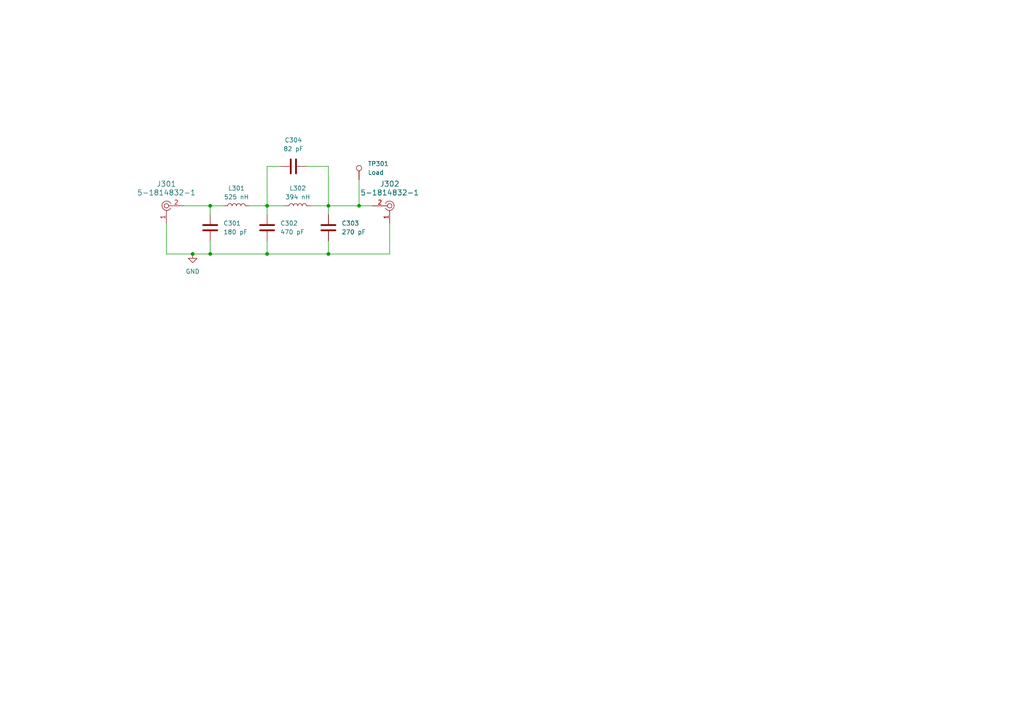
<source format=kicad_sch>
(kicad_sch (version 20230121) (generator eeschema)
  (paper "A4")
  (lib_symbols
    (symbol "Connector:TestPoint" (pin_numbers hide) (pin_names (offset 0.762) hide)
      (property "Reference" "TP" (at 0 6.858 0))
      (property "Value" "TestPoint" (at 0 5.08 0))
      (symbol "TestPoint_0_1"
        (circle (center 0 3.302) (radius 0.762))
      )
      (symbol "TestPoint_1_1"
        (pin passive line (at 0 0 90) (length 2.54) (name "1") (number "1"))
      )
    )
    (symbol "Device:C" (pin_numbers hide) (pin_names (offset 0.254))
      (property "Reference" "C" (at 0.635 2.54 0))
      (property "Value" "C" (at 0.635 -2.54 0))
      (symbol "C_0_1"
        (polyline (pts (xy -2.032 -0.762) (xy 2.032 -0.762)) (stroke (width 0.508)))
        (polyline (pts (xy -2.032 0.762) (xy 2.032 0.762)) (stroke (width 0.508)))
      )
      (symbol "C_1_1"
        (pin passive line (at 0 3.81 270) (length 2.794) (name "~") (number "1"))
        (pin passive line (at 0 -3.81 90) (length 2.794) (name "~") (number "2"))
      )
    )
    (symbol "Device:L" (pin_numbers hide) (pin_names (offset 1.016) hide)
      (property "Reference" "L" (at -1.27 0 90))
      (property "Value" "L" (at 1.905 0 90))
      (symbol "L_0_1"
        (arc (start 0 -2.54) (mid 0.6323 -1.905) (end 0 -1.27))
        (arc (start 0 -1.27) (mid 0.6323 -0.635) (end 0 0))
        (arc (start 0 0) (mid 0.6323 0.635) (end 0 1.27))
        (arc (start 0 1.27) (mid 0.6323 1.905) (end 0 2.54))
      )
      (symbol "L_1_1"
        (pin passive line (at 0 3.81 270) (length 1.27) (name "1") (number "1"))
        (pin passive line (at 0 -3.81 90) (length 1.27) (name "2") (number "2"))
      )
    )
    (symbol "dk_Coaxial-Connectors-RF:5-1814832-1" (pin_names (offset 1.016))
      (property "Reference" "J" (at -2.54 1.27 0))
      (property "Value" "5-1814832-1" (at 1.27 -2.54 0))
      (symbol "5-1814832-1_0_1"
        (arc (start -1.27 0) (mid -0.2651 -1.3081) (end 1.27 -0.635))
        (circle (center 0 0) (radius 0.635))
        (arc (start 1.27 0.635) (mid -0.2496 1.3256) (end -1.27 0))
      )
      (symbol "5-1814832-1_1_1"
        (pin passive line (at 0 -5.08 90) (length 3.683) (name "~") (number "1"))
        (pin passive line (at 5.08 0 180) (length 4.445) (name "~") (number "2"))
      )
    )
    (symbol "power:GND" (power) (pin_names (offset 0))
      (property "Value" "GND" (at 0 -3.81 0))
      (symbol "GND_0_1"
        (polyline (pts (xy 0 0) (xy 0 -1.27) (xy 1.27 -1.27) (xy 0 -2.54) (xy -1.27 -1.27) (xy 0 -1.27)))
      )
      (symbol "GND_1_1"
        (pin power_in line (at 0 0 270) (length 0) hide (name "GND") (number "1"))
      )
    )
  )
  (junction (at 60.96 59.69))
  (junction (at 77.47 73.66))
  (junction (at 55.88 73.66))
  (junction (at 95.25 73.66))
  (junction (at 60.96 73.66))
  (junction (at 77.47 59.69))
  (junction (at 104.14 59.69))
  (junction (at 95.25 59.69))
  (wire (pts (xy 95.25 73.66) (xy 113.03 73.66)))
  (wire (pts (xy 104.14 52.07) (xy 104.14 59.69)))
  (wire (pts (xy 88.9 48.26) (xy 95.25 48.26)))
  (wire (pts (xy 60.96 73.66) (xy 77.47 73.66)))
  (wire (pts (xy 48.26 64.77) (xy 48.26 73.66)))
  (wire (pts (xy 77.47 48.26) (xy 77.47 59.69)))
  (wire (pts (xy 53.34 59.69) (xy 60.96 59.69)))
  (wire (pts (xy 77.47 62.23) (xy 77.47 59.69)))
  (wire (pts (xy 72.39 59.69) (xy 77.47 59.69)))
  (wire (pts (xy 60.96 62.23) (xy 60.96 59.69)))
  (wire (pts (xy 95.25 62.23) (xy 95.25 59.69)))
  (wire (pts (xy 77.47 73.66) (xy 95.25 73.66)))
  (wire (pts (xy 48.26 73.66) (xy 55.88 73.66)))
  (wire (pts (xy 95.25 59.69) (xy 90.17 59.69)))
  (wire (pts (xy 104.14 59.69) (xy 107.95 59.69)))
  (wire (pts (xy 60.96 69.85) (xy 60.96 73.66)))
  (wire (pts (xy 95.25 48.26) (xy 95.25 59.69)))
  (wire (pts (xy 113.03 64.77) (xy 113.03 73.66)))
  (wire (pts (xy 95.25 73.66) (xy 95.25 69.85)))
  (wire (pts (xy 60.96 73.66) (xy 55.88 73.66)))
  (wire (pts (xy 64.77 59.69) (xy 60.96 59.69)))
  (wire (pts (xy 77.47 59.69) (xy 82.55 59.69)))
  (wire (pts (xy 81.28 48.26) (xy 77.47 48.26)))
  (wire (pts (xy 95.25 59.69) (xy 104.14 59.69)))
  (wire (pts (xy 77.47 73.66) (xy 77.47 69.85)))
  (symbol (lib_id "dk_Coaxial-Connectors-RF:5-1814832-1") (at 48.26 59.69 0) (unit 1)
    (property "Reference" "J301" (at 48.2599 53.34 0) (effects (font (size 1.524 1.524))))
    (property "Value" "5-1814832-1" (at 48.2599 55.88 0) (effects (font (size 1.524 1.524))))
    (property "Footprint" "digikey-footprints:RF_SMA_Vertical_5-1814832-1" (effects hide))
    (property "Datasheet" "https://www.te.com/commerce/DocumentDelivery/DDEController?Action=srchrtrv&DocNm=1814832&DocType=Customer+Drawing&DocLang=English" (effects hide))
    (property "Digi-Key_PN" "A97594-ND" (effects hide))
    (property "MPN" "5-1814832-1" (effects hide))
    (property "Category" "Connectors, Interconnects" (effects hide))
    (property "Family" "Coaxial Connectors (RF)" (effects hide))
    (property "DK_Datasheet_Link" "https://www.te.com/commerce/DocumentDelivery/DDEController?Action=srchrtrv&DocNm=1814832&DocType=Customer+Drawing&DocLang=English" (effects hide))
    (property "DK_Detail_Page" "/product-detail/en/te-connectivity-amp-connectors/5-1814832-1/A97594-ND/1755982" (effects hide))
    (property "Description" "CONN SMA JACK STR 50 OHM PCB" (effects hide))
    (property "Manufacturer" "TE Connectivity AMP Connectors" (effects hide))
    (property "Status" "Active" (effects hide))
  )
  (symbol (lib_id "Device:C") (at 77.47 66.04 0) (unit 1)
    (property "Reference" "C302" (at 81.28 64.77 0) (effects (justify left)))
    (property "Value" "470 pF" (at 81.28 67.31 0) (effects (justify left)))
    (instances (project "RFPowerAmp" (path "" (reference "C302") (unit 1))) (project "LowPassFilter" (path "" (reference "C2") (unit 1))))
  )
  (symbol (lib_id "Device:L") (at 68.58 59.69 90) (unit 1)
    (property "Reference" "L301" (at 68.58 54.61 90))
    (property "Value" "525 nH" (at 68.58 57.15 90))
    (instances (project "RFPowerAmp" (path "" (reference "L301") (unit 1))) (project "LowPassFilter" (path "" (reference "L1") (unit 1))))
  )
  (symbol (lib_id "Device:C") (at 60.96 66.04 0) (unit 1)
    (property "Reference" "C301" (at 64.77 64.77 0) (effects (justify left)))
    (property "Value" "180 pF" (at 64.77 67.31 0) (effects (justify left)))
    (instances (project "RFPowerAmp" (path "" (reference "C301") (unit 1))) (project "LowPassFilter" (path "" (reference "C1") (unit 1))))
  )
  (symbol (lib_id "dk_Coaxial-Connectors-RF:5-1814832-1") (at 113.03 59.69 0) (mirror y) (unit 1)
    (property "Reference" "J302" (at 113.0301 53.34 0) (effects (font (size 1.524 1.524))))
    (property "Value" "5-1814832-1" (at 113.0301 55.88 0) (effects (font (size 1.524 1.524))))
    (property "Footprint" "digikey-footprints:RF_SMA_Vertical_5-1814832-1" (effects hide))
    (property "Datasheet" "https://www.te.com/commerce/DocumentDelivery/DDEController?Action=srchrtrv&DocNm=1814832&DocType=Customer+Drawing&DocLang=English" (effects hide))
    (property "Digi-Key_PN" "A97594-ND" (effects hide))
    (property "MPN" "5-1814832-1" (effects hide))
    (property "Category" "Connectors, Interconnects" (effects hide))
    (property "Family" "Coaxial Connectors (RF)" (effects hide))
    (property "DK_Datasheet_Link" "https://www.te.com/commerce/DocumentDelivery/DDEController?Action=srchrtrv&DocNm=1814832&DocType=Customer+Drawing&DocLang=English" (effects hide))
    (property "DK_Detail_Page" "/product-detail/en/te-connectivity-amp-connectors/5-1814832-1/A97594-ND/1755982" (effects hide))
    (property "Description" "CONN SMA JACK STR 50 OHM PCB" (effects hide))
    (property "Manufacturer" "TE Connectivity AMP Connectors" (effects hide))
    (property "Status" "Active" (effects hide))
  )
  (symbol (lib_id "power:GND") (at 55.88 73.66 0) (unit 1)
    (property "Reference" "#PWR0101" (effects hide))
    (property "Value" "GND" (at 55.88 78.74 0))
    (instances (project "RFPowerAmp" (path "" (reference "#PWR0101") (unit 1))) (project "LowPassFilter" (path "" (reference "#PWR01") (unit 1))))
  )
  (symbol (lib_id "Connector:TestPoint") (at 104.14 52.07 0) (unit 1)
    (property "Reference" "TP301" (at 106.68 47.498 0) (effects (justify left)))
    (property "Value" "Load" (at 106.68 50.038 0) (effects (justify left)))
    (property "Footprint" "TestPoint:TestPoint_THTPad_D3.0mm_Drill1.5mm" (effects hide))
  )
  (symbol (lib_id "Device:C") (at 95.25 66.04 0) (unit 1)
    (property "Reference" "C303" (at 99.06 64.77 0) (effects (justify left)))
    (property "Value" "270 pF" (at 99.06 67.31 0) (effects (justify left)))
    (instances (project "RFPowerAmp" (path "" (reference "C303") (unit 1))) (project "LowPassFilter" (path "" (reference "C3") (unit 1))))
  )
  (symbol (lib_id "Device:C") (at 85.09 48.26 90) (unit 1)
    (property "Reference" "C304" (at 85.09 40.64 90))
    (property "Value" "82 pF" (at 85.09 43.18 90))
    (instances (project "RFPowerAmp" (path "" (reference "C304") (unit 1))) (project "LowPassFilter" (path "" (reference "C4") (unit 1))))
  )
  (symbol (lib_id "Device:L") (at 86.36 59.69 90) (unit 1)
    (property "Reference" "L302" (at 86.36 54.61 90))
    (property "Value" "394 nH" (at 86.36 57.15 90))
    (instances (project "RFPowerAmp" (path "" (reference "L302") (unit 1))) (project "LowPassFilter" (path "" (reference "L2") (unit 1))))
  )
)
</source>
